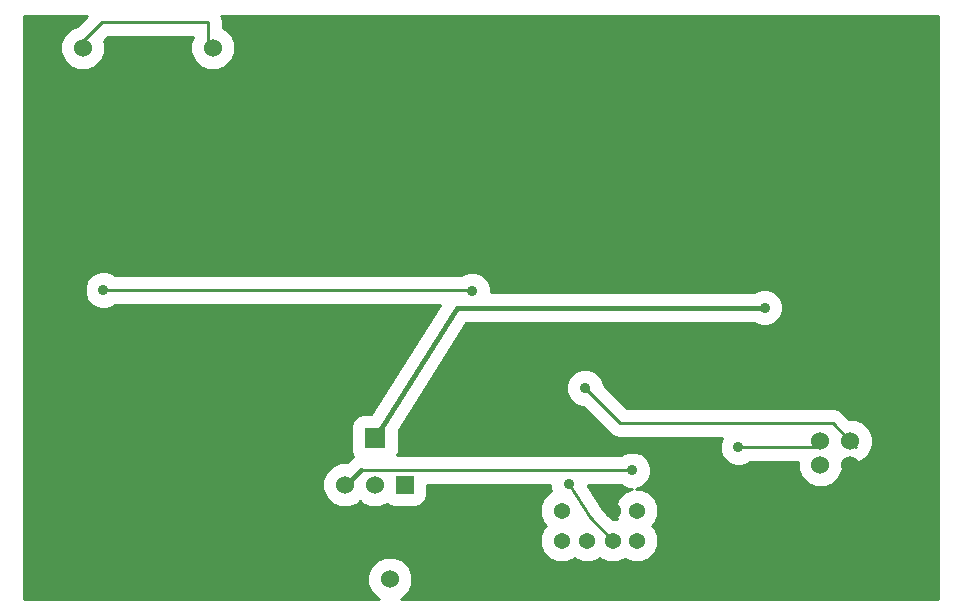
<source format=gbl>
G04 (created by PCBNEW-RS274X (2011-nov-30)-testing) date Wed 02 May 2012 06:15:17 PM EDT*
G01*
G70*
G90*
%MOIN*%
G04 Gerber Fmt 3.4, Leading zero omitted, Abs format*
%FSLAX34Y34*%
G04 APERTURE LIST*
%ADD10C,0.006000*%
%ADD11C,0.060000*%
%ADD12C,0.106300*%
%ADD13R,0.060000X0.060000*%
%ADD14C,0.054000*%
%ADD15R,0.126000X0.078700*%
%ADD16R,0.085400X0.126000*%
%ADD17C,0.070000*%
%ADD18R,0.070000X0.070000*%
%ADD19C,0.035000*%
%ADD20C,0.010000*%
%ADD21C,0.016000*%
G04 APERTURE END LIST*
G54D10*
G54D11*
X28059Y05787D03*
X27059Y05787D03*
X27059Y05000D03*
X28059Y05000D03*
G54D12*
X29921Y03937D03*
X25197Y03937D03*
G54D13*
X13205Y04330D03*
G54D11*
X12205Y04330D03*
X11205Y04330D03*
G54D13*
X05799Y18898D03*
G54D11*
X06799Y18898D03*
G54D13*
X01468Y18898D03*
G54D11*
X02468Y18898D03*
G54D13*
X11705Y01181D03*
G54D11*
X12705Y01181D03*
G54D14*
X19285Y02468D03*
X20135Y02468D03*
X20935Y03468D03*
X18435Y03468D03*
X18435Y02468D03*
X20935Y02468D03*
G54D15*
X19685Y01268D03*
G54D16*
X22435Y01468D03*
X16935Y01468D03*
G54D14*
X20135Y03468D03*
G54D17*
X12205Y09874D03*
G54D18*
X12205Y05874D03*
G54D19*
X19212Y07558D03*
X15443Y10801D03*
X03153Y10821D03*
X24321Y05593D03*
X18673Y04341D03*
X20784Y04807D03*
X25197Y10236D03*
G54D20*
X19212Y07558D02*
X20391Y06379D01*
X27465Y06379D02*
X28251Y05593D01*
X28251Y05593D02*
X28059Y05787D01*
X20391Y06379D02*
X27465Y06379D01*
X02468Y18898D02*
X02313Y18955D01*
X02313Y18955D02*
X03099Y19741D01*
X15403Y10821D02*
X15443Y10801D01*
X03153Y10821D02*
X15403Y10821D01*
X06636Y18955D02*
X06799Y18898D01*
X06636Y19741D02*
X06636Y18955D01*
X03099Y19741D02*
X06636Y19741D01*
X24321Y05593D02*
X27072Y05593D01*
X27072Y05593D02*
X27059Y05787D01*
X20135Y02468D02*
X19393Y03241D01*
X19393Y03241D02*
X18673Y04341D01*
X20784Y04807D02*
X11745Y04807D01*
G54D21*
X11745Y04807D02*
X11352Y04414D01*
X11352Y04414D02*
X11205Y04330D01*
G54D20*
X12205Y05874D02*
X12138Y05986D01*
X12138Y05986D02*
X12205Y05874D01*
G54D21*
X14960Y10236D02*
X12205Y05874D01*
X25197Y10236D02*
X14960Y10236D01*
G54D10*
G36*
X20777Y04182D02*
X20527Y04078D01*
X20325Y03876D01*
X20215Y03611D01*
X20215Y03325D01*
X20271Y03188D01*
X20136Y03188D01*
X19785Y03555D01*
X19298Y04299D01*
X19298Y04307D01*
X20400Y04307D01*
X20430Y04277D01*
X20659Y04182D01*
X20777Y04182D01*
X20777Y04182D01*
G37*
G54D20*
X20777Y04182D02*
X20527Y04078D01*
X20325Y03876D01*
X20215Y03611D01*
X20215Y03325D01*
X20271Y03188D01*
X20136Y03188D01*
X19785Y03555D01*
X19298Y04299D01*
X19298Y04307D01*
X20400Y04307D01*
X20430Y04277D01*
X20659Y04182D01*
X20777Y04182D01*
G54D10*
G36*
X30971Y00525D02*
X28808Y00525D01*
X28808Y05637D01*
X28808Y05935D01*
X28694Y06210D01*
X28484Y06421D01*
X28209Y06536D01*
X28015Y06536D01*
X27819Y06733D01*
X27657Y06841D01*
X27465Y06880D01*
X27460Y06879D01*
X25822Y06879D01*
X25822Y10111D01*
X25822Y10360D01*
X25727Y10590D01*
X25551Y10766D01*
X25322Y10861D01*
X25073Y10861D01*
X24843Y10766D01*
X16068Y10766D01*
X16068Y10925D01*
X15973Y11155D01*
X15797Y11331D01*
X15568Y11426D01*
X15319Y11426D01*
X15089Y11331D01*
X15079Y11321D01*
X03537Y11321D01*
X03507Y11351D01*
X03278Y11446D01*
X03029Y11446D01*
X02799Y11351D01*
X02623Y11175D01*
X02528Y10946D01*
X02528Y10697D01*
X02623Y10467D01*
X02799Y10291D01*
X03028Y10196D01*
X03277Y10196D01*
X03507Y10291D01*
X03537Y10321D01*
X14389Y10321D01*
X12083Y06673D01*
X11766Y06673D01*
X11601Y06605D01*
X11475Y06479D01*
X11406Y06314D01*
X11406Y06135D01*
X11406Y05435D01*
X11474Y05270D01*
X11485Y05259D01*
X11370Y05181D01*
X11267Y05079D01*
X11057Y05079D01*
X10782Y04965D01*
X10571Y04755D01*
X10456Y04480D01*
X10456Y04182D01*
X10570Y03907D01*
X10780Y03696D01*
X11055Y03581D01*
X11353Y03581D01*
X11628Y03695D01*
X11704Y03772D01*
X11780Y03696D01*
X12055Y03581D01*
X12353Y03581D01*
X12611Y03689D01*
X12650Y03650D01*
X12815Y03581D01*
X12994Y03581D01*
X13594Y03581D01*
X13759Y03649D01*
X13885Y03775D01*
X13954Y03940D01*
X13954Y04119D01*
X13954Y04307D01*
X18048Y04307D01*
X18048Y04217D01*
X18093Y04106D01*
X18027Y04078D01*
X17825Y03876D01*
X17715Y03611D01*
X17715Y03325D01*
X17825Y03060D01*
X17917Y02968D01*
X17825Y02876D01*
X17715Y02611D01*
X17715Y02325D01*
X17825Y02060D01*
X18027Y01858D01*
X18292Y01748D01*
X18578Y01748D01*
X18843Y01858D01*
X18860Y01875D01*
X18877Y01858D01*
X19142Y01748D01*
X19428Y01748D01*
X19693Y01858D01*
X19710Y01875D01*
X19727Y01858D01*
X19992Y01748D01*
X20278Y01748D01*
X20535Y01855D01*
X20792Y01748D01*
X21078Y01748D01*
X21343Y01858D01*
X21545Y02060D01*
X21655Y02325D01*
X21655Y02611D01*
X21545Y02876D01*
X21453Y02968D01*
X21545Y03060D01*
X21655Y03325D01*
X21655Y03611D01*
X21545Y03876D01*
X21343Y04078D01*
X21078Y04188D01*
X20922Y04188D01*
X21138Y04277D01*
X21314Y04453D01*
X21409Y04682D01*
X21409Y04931D01*
X21314Y05161D01*
X21138Y05337D01*
X20909Y05432D01*
X20660Y05432D01*
X20430Y05337D01*
X20400Y05307D01*
X12950Y05307D01*
X13004Y05434D01*
X13004Y05613D01*
X13004Y06147D01*
X15255Y09706D01*
X24843Y09706D01*
X25072Y09611D01*
X25321Y09611D01*
X25551Y09706D01*
X25727Y09882D01*
X25822Y10111D01*
X25822Y06879D01*
X20598Y06879D01*
X19837Y07641D01*
X19837Y07682D01*
X19742Y07912D01*
X19566Y08088D01*
X19337Y08183D01*
X19088Y08183D01*
X18858Y08088D01*
X18682Y07912D01*
X18587Y07683D01*
X18587Y07434D01*
X18682Y07204D01*
X18858Y07028D01*
X19087Y06933D01*
X19129Y06933D01*
X20035Y06028D01*
X20037Y06025D01*
X20199Y05918D01*
X20200Y05917D01*
X20391Y05879D01*
X23762Y05879D01*
X23696Y05718D01*
X23696Y05469D01*
X23791Y05239D01*
X23967Y05063D01*
X24196Y04968D01*
X24445Y04968D01*
X24675Y05063D01*
X24705Y05093D01*
X26310Y05093D01*
X26310Y04852D01*
X26424Y04577D01*
X26634Y04366D01*
X26909Y04251D01*
X27207Y04251D01*
X27482Y04365D01*
X27693Y04575D01*
X27808Y04850D01*
X27808Y05081D01*
X27909Y05038D01*
X28207Y05038D01*
X28423Y05128D01*
X28425Y05129D01*
X28440Y05131D01*
X28441Y05132D01*
X28442Y05132D01*
X28454Y05141D01*
X28455Y05142D01*
X28482Y05152D01*
X28502Y05173D01*
X28602Y05238D01*
X28602Y05240D01*
X28604Y05240D01*
X28670Y05340D01*
X28693Y05362D01*
X28705Y05392D01*
X28705Y05393D01*
X28711Y05400D01*
X28711Y05401D01*
X28712Y05402D01*
X28713Y05411D01*
X28714Y05413D01*
X28808Y05637D01*
X28808Y00525D01*
X13077Y00525D01*
X13128Y00546D01*
X13339Y00756D01*
X13454Y01031D01*
X13454Y01329D01*
X13340Y01604D01*
X13130Y01815D01*
X12855Y01930D01*
X12557Y01930D01*
X12282Y01816D01*
X12071Y01606D01*
X11956Y01331D01*
X11956Y01033D01*
X12070Y00758D01*
X12280Y00547D01*
X12332Y00525D01*
X00525Y00525D01*
X00525Y19947D01*
X00787Y19947D01*
X02597Y19947D01*
X02281Y19632D01*
X02045Y19533D01*
X01834Y19323D01*
X01719Y19048D01*
X01719Y18750D01*
X01833Y18475D01*
X02043Y18264D01*
X02318Y18149D01*
X02616Y18149D01*
X02891Y18263D01*
X03102Y18473D01*
X03217Y18748D01*
X03217Y19046D01*
X03186Y19121D01*
X03306Y19241D01*
X06130Y19241D01*
X06050Y19048D01*
X06050Y18750D01*
X06164Y18475D01*
X06374Y18264D01*
X06649Y18149D01*
X06947Y18149D01*
X07222Y18263D01*
X07433Y18473D01*
X07548Y18748D01*
X07548Y19046D01*
X07434Y19321D01*
X07224Y19532D01*
X07136Y19569D01*
X07136Y19741D01*
X07098Y19932D01*
X07088Y19947D01*
X30971Y19947D01*
X30971Y00525D01*
X30971Y00525D01*
G37*
G54D20*
X30971Y00525D02*
X28808Y00525D01*
X28808Y05637D01*
X28808Y05935D01*
X28694Y06210D01*
X28484Y06421D01*
X28209Y06536D01*
X28015Y06536D01*
X27819Y06733D01*
X27657Y06841D01*
X27465Y06880D01*
X27460Y06879D01*
X25822Y06879D01*
X25822Y10111D01*
X25822Y10360D01*
X25727Y10590D01*
X25551Y10766D01*
X25322Y10861D01*
X25073Y10861D01*
X24843Y10766D01*
X16068Y10766D01*
X16068Y10925D01*
X15973Y11155D01*
X15797Y11331D01*
X15568Y11426D01*
X15319Y11426D01*
X15089Y11331D01*
X15079Y11321D01*
X03537Y11321D01*
X03507Y11351D01*
X03278Y11446D01*
X03029Y11446D01*
X02799Y11351D01*
X02623Y11175D01*
X02528Y10946D01*
X02528Y10697D01*
X02623Y10467D01*
X02799Y10291D01*
X03028Y10196D01*
X03277Y10196D01*
X03507Y10291D01*
X03537Y10321D01*
X14389Y10321D01*
X12083Y06673D01*
X11766Y06673D01*
X11601Y06605D01*
X11475Y06479D01*
X11406Y06314D01*
X11406Y06135D01*
X11406Y05435D01*
X11474Y05270D01*
X11485Y05259D01*
X11370Y05181D01*
X11267Y05079D01*
X11057Y05079D01*
X10782Y04965D01*
X10571Y04755D01*
X10456Y04480D01*
X10456Y04182D01*
X10570Y03907D01*
X10780Y03696D01*
X11055Y03581D01*
X11353Y03581D01*
X11628Y03695D01*
X11704Y03772D01*
X11780Y03696D01*
X12055Y03581D01*
X12353Y03581D01*
X12611Y03689D01*
X12650Y03650D01*
X12815Y03581D01*
X12994Y03581D01*
X13594Y03581D01*
X13759Y03649D01*
X13885Y03775D01*
X13954Y03940D01*
X13954Y04119D01*
X13954Y04307D01*
X18048Y04307D01*
X18048Y04217D01*
X18093Y04106D01*
X18027Y04078D01*
X17825Y03876D01*
X17715Y03611D01*
X17715Y03325D01*
X17825Y03060D01*
X17917Y02968D01*
X17825Y02876D01*
X17715Y02611D01*
X17715Y02325D01*
X17825Y02060D01*
X18027Y01858D01*
X18292Y01748D01*
X18578Y01748D01*
X18843Y01858D01*
X18860Y01875D01*
X18877Y01858D01*
X19142Y01748D01*
X19428Y01748D01*
X19693Y01858D01*
X19710Y01875D01*
X19727Y01858D01*
X19992Y01748D01*
X20278Y01748D01*
X20535Y01855D01*
X20792Y01748D01*
X21078Y01748D01*
X21343Y01858D01*
X21545Y02060D01*
X21655Y02325D01*
X21655Y02611D01*
X21545Y02876D01*
X21453Y02968D01*
X21545Y03060D01*
X21655Y03325D01*
X21655Y03611D01*
X21545Y03876D01*
X21343Y04078D01*
X21078Y04188D01*
X20922Y04188D01*
X21138Y04277D01*
X21314Y04453D01*
X21409Y04682D01*
X21409Y04931D01*
X21314Y05161D01*
X21138Y05337D01*
X20909Y05432D01*
X20660Y05432D01*
X20430Y05337D01*
X20400Y05307D01*
X12950Y05307D01*
X13004Y05434D01*
X13004Y05613D01*
X13004Y06147D01*
X15255Y09706D01*
X24843Y09706D01*
X25072Y09611D01*
X25321Y09611D01*
X25551Y09706D01*
X25727Y09882D01*
X25822Y10111D01*
X25822Y06879D01*
X20598Y06879D01*
X19837Y07641D01*
X19837Y07682D01*
X19742Y07912D01*
X19566Y08088D01*
X19337Y08183D01*
X19088Y08183D01*
X18858Y08088D01*
X18682Y07912D01*
X18587Y07683D01*
X18587Y07434D01*
X18682Y07204D01*
X18858Y07028D01*
X19087Y06933D01*
X19129Y06933D01*
X20035Y06028D01*
X20037Y06025D01*
X20199Y05918D01*
X20200Y05917D01*
X20391Y05879D01*
X23762Y05879D01*
X23696Y05718D01*
X23696Y05469D01*
X23791Y05239D01*
X23967Y05063D01*
X24196Y04968D01*
X24445Y04968D01*
X24675Y05063D01*
X24705Y05093D01*
X26310Y05093D01*
X26310Y04852D01*
X26424Y04577D01*
X26634Y04366D01*
X26909Y04251D01*
X27207Y04251D01*
X27482Y04365D01*
X27693Y04575D01*
X27808Y04850D01*
X27808Y05081D01*
X27909Y05038D01*
X28207Y05038D01*
X28423Y05128D01*
X28425Y05129D01*
X28440Y05131D01*
X28441Y05132D01*
X28442Y05132D01*
X28454Y05141D01*
X28455Y05142D01*
X28482Y05152D01*
X28502Y05173D01*
X28602Y05238D01*
X28602Y05240D01*
X28604Y05240D01*
X28670Y05340D01*
X28693Y05362D01*
X28705Y05392D01*
X28705Y05393D01*
X28711Y05400D01*
X28711Y05401D01*
X28712Y05402D01*
X28713Y05411D01*
X28714Y05413D01*
X28808Y05637D01*
X28808Y00525D01*
X13077Y00525D01*
X13128Y00546D01*
X13339Y00756D01*
X13454Y01031D01*
X13454Y01329D01*
X13340Y01604D01*
X13130Y01815D01*
X12855Y01930D01*
X12557Y01930D01*
X12282Y01816D01*
X12071Y01606D01*
X11956Y01331D01*
X11956Y01033D01*
X12070Y00758D01*
X12280Y00547D01*
X12332Y00525D01*
X00525Y00525D01*
X00525Y19947D01*
X00787Y19947D01*
X02597Y19947D01*
X02281Y19632D01*
X02045Y19533D01*
X01834Y19323D01*
X01719Y19048D01*
X01719Y18750D01*
X01833Y18475D01*
X02043Y18264D01*
X02318Y18149D01*
X02616Y18149D01*
X02891Y18263D01*
X03102Y18473D01*
X03217Y18748D01*
X03217Y19046D01*
X03186Y19121D01*
X03306Y19241D01*
X06130Y19241D01*
X06050Y19048D01*
X06050Y18750D01*
X06164Y18475D01*
X06374Y18264D01*
X06649Y18149D01*
X06947Y18149D01*
X07222Y18263D01*
X07433Y18473D01*
X07548Y18748D01*
X07548Y19046D01*
X07434Y19321D01*
X07224Y19532D01*
X07136Y19569D01*
X07136Y19741D01*
X07098Y19932D01*
X07088Y19947D01*
X30971Y19947D01*
X30971Y00525D01*
M02*

</source>
